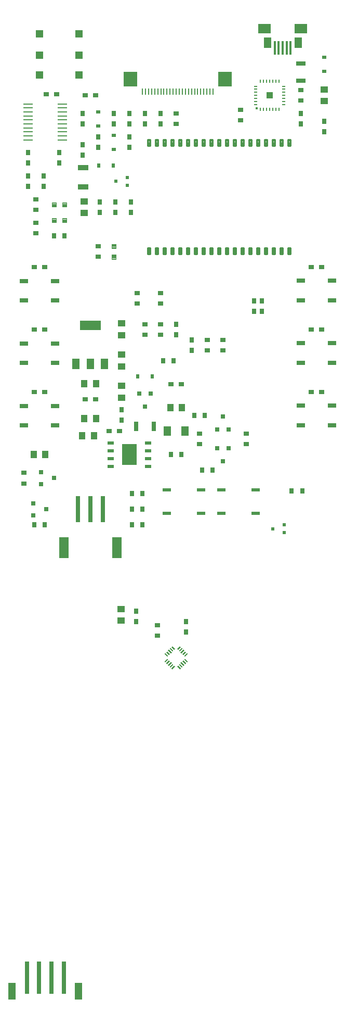
<source format=gbr>
G04 EAGLE Gerber RS-274X export*
G75*
%MOMM*%
%FSLAX34Y34*%
%LPD*%
%INSolderpaste Bottom*%
%IPPOS*%
%AMOC8*
5,1,8,0,0,1.08239X$1,22.5*%
G01*
%ADD10R,0.560000X0.260000*%
%ADD11R,1.000000X1.000000*%
%ADD12R,0.300000X0.300000*%
%ADD13R,0.260000X0.560000*%
%ADD14R,0.360000X2.210000*%
%ADD15R,1.995000X1.520000*%
%ADD16R,1.180000X1.805000*%
%ADD17R,1.240000X1.040000*%
%ADD18R,1.600000X0.800000*%
%ADD19R,0.704000X0.504000*%
%ADD20R,0.640000X0.740000*%
%ADD21R,0.900000X0.800000*%
%ADD22R,0.800000X0.900000*%
%ADD23R,0.560000X0.560000*%
%ADD24R,0.504000X0.704000*%
%ADD25R,1.040000X1.240000*%
%ADD26R,2.160000X2.460000*%
%ADD27R,0.240000X1.140000*%
%ADD28R,1.760000X0.960000*%
%ADD29R,1.200000X1.700000*%
%ADD30R,3.400000X1.600000*%
%ADD31C,0.104000*%
%ADD32R,1.451000X0.800000*%
%ADD33R,0.740000X0.640000*%
%ADD34R,0.800000X1.600000*%
%ADD35R,0.800000X4.300000*%
%ADD36R,1.500000X3.400000*%
%ADD37R,1.371600X0.609600*%
%ADD38R,1.118000X0.608000*%
%ADD39R,2.400000X3.400000*%
%ADD40R,0.203200X0.660400*%
%ADD41R,1.280000X1.483000*%
%ADD42C,0.282719*%
%ADD43R,1.540000X0.240000*%
%ADD44R,1.200000X1.200000*%
%ADD45R,0.800000X5.300000*%
%ADD46R,1.280000X2.680000*%


D10*
X692620Y1549680D03*
D11*
X715620Y1564680D03*
D12*
X694620Y1543680D03*
D10*
X692620Y1554680D03*
X692620Y1559680D03*
X692620Y1564680D03*
X692620Y1569680D03*
X692620Y1574680D03*
X692620Y1579680D03*
D13*
X730620Y1541680D03*
X725620Y1541680D03*
X720620Y1541680D03*
X715620Y1541680D03*
X710620Y1541680D03*
X705620Y1541680D03*
X700620Y1541680D03*
X700620Y1587680D03*
X705620Y1587680D03*
X710620Y1587680D03*
X715620Y1587680D03*
X720620Y1587680D03*
X725620Y1587680D03*
X730620Y1587680D03*
D10*
X738620Y1579680D03*
X738620Y1574680D03*
X738620Y1569680D03*
X738620Y1564680D03*
X738620Y1559680D03*
X738620Y1554680D03*
X738620Y1549680D03*
D14*
X723920Y1642080D03*
X730420Y1642080D03*
X736920Y1642080D03*
X743420Y1642080D03*
X749920Y1642080D03*
D15*
X707420Y1673080D03*
D16*
X711920Y1650080D03*
X761920Y1650080D03*
D15*
X766420Y1673080D03*
D17*
X804520Y1574180D03*
X804520Y1555180D03*
D18*
X766420Y1616780D03*
X766420Y1588780D03*
D19*
X804520Y1603980D03*
X804520Y1626980D03*
D20*
X629920Y990480D03*
X648920Y990480D03*
X639420Y969480D03*
X648920Y1021280D03*
X629920Y1021280D03*
X639420Y1042280D03*
D21*
X601320Y1014380D03*
X601320Y997380D03*
X677520Y997380D03*
X677520Y1014380D03*
D22*
X804520Y1522380D03*
X804520Y1505380D03*
X766420Y1535080D03*
X766420Y1518080D03*
D21*
X766420Y1556180D03*
X766420Y1573180D03*
D23*
X483570Y1431480D03*
X483570Y1418480D03*
X465070Y1424980D03*
D19*
X436220Y1538080D03*
X436220Y1515080D03*
X461620Y1476980D03*
X461620Y1499980D03*
D24*
X460420Y1450380D03*
X437420Y1450380D03*
D21*
X414720Y1070180D03*
X431720Y1070180D03*
D25*
X413720Y1095580D03*
X432720Y1095580D03*
D17*
X474020Y1092380D03*
X474020Y1073380D03*
D22*
X474020Y1053280D03*
X474020Y1036280D03*
D21*
X470920Y1018880D03*
X453920Y1018880D03*
D17*
X474020Y1143180D03*
X474020Y1124180D03*
X474020Y1193980D03*
X474020Y1174980D03*
D26*
X642620Y1590880D03*
X489020Y1590880D03*
D27*
X508320Y1571080D03*
X513320Y1571080D03*
X518320Y1571080D03*
X523320Y1571080D03*
X528320Y1571080D03*
X533320Y1571080D03*
X538320Y1571080D03*
X543320Y1571080D03*
X548320Y1571080D03*
X553320Y1571080D03*
X558320Y1571080D03*
X563320Y1571080D03*
X568320Y1571080D03*
X573320Y1571080D03*
X578320Y1571080D03*
X583320Y1571080D03*
X588320Y1571080D03*
X593320Y1571080D03*
X598320Y1571080D03*
X603320Y1571080D03*
X608320Y1571080D03*
X613320Y1571080D03*
X618320Y1571080D03*
X623320Y1571080D03*
D22*
X461620Y1518080D03*
X461620Y1535080D03*
X487020Y1479980D03*
X487020Y1496980D03*
X410820Y1467280D03*
X410820Y1484280D03*
D21*
X563220Y1535080D03*
X563220Y1518080D03*
D22*
X537820Y1518080D03*
X537820Y1535080D03*
X512420Y1518080D03*
X512420Y1535080D03*
X487020Y1518080D03*
X487020Y1535080D03*
X410820Y1518080D03*
X410820Y1535080D03*
X436220Y1479980D03*
X436220Y1496980D03*
X489420Y1391380D03*
X489420Y1374380D03*
D28*
X411920Y1415580D03*
X411920Y1447580D03*
D17*
X413220Y1392380D03*
X413220Y1373380D03*
D29*
X446220Y1127580D03*
X423220Y1127580D03*
X400220Y1127580D03*
D30*
X423220Y1190580D03*
D22*
X605520Y955080D03*
X622520Y955080D03*
X702920Y1213280D03*
X702920Y1230280D03*
X690220Y1213280D03*
X690220Y1230280D03*
X609820Y1043980D03*
X592820Y1043980D03*
D31*
X384970Y1383400D02*
X384970Y1390360D01*
X384970Y1383400D02*
X378010Y1383400D01*
X378010Y1390360D01*
X384970Y1390360D01*
X384970Y1384388D02*
X378010Y1384388D01*
X378010Y1385376D02*
X384970Y1385376D01*
X384970Y1386364D02*
X378010Y1386364D01*
X378010Y1387352D02*
X384970Y1387352D01*
X384970Y1388340D02*
X378010Y1388340D01*
X378010Y1389328D02*
X384970Y1389328D01*
X384970Y1390316D02*
X378010Y1390316D01*
X367430Y1390360D02*
X367430Y1383400D01*
X360470Y1383400D01*
X360470Y1390360D01*
X367430Y1390360D01*
X367430Y1384388D02*
X360470Y1384388D01*
X360470Y1385376D02*
X367430Y1385376D01*
X367430Y1386364D02*
X360470Y1386364D01*
X360470Y1387352D02*
X367430Y1387352D01*
X367430Y1388340D02*
X360470Y1388340D01*
X360470Y1389328D02*
X367430Y1389328D01*
X367430Y1390316D02*
X360470Y1390316D01*
X384970Y1364960D02*
X384970Y1358000D01*
X378010Y1358000D01*
X378010Y1364960D01*
X384970Y1364960D01*
X384970Y1358988D02*
X378010Y1358988D01*
X378010Y1359976D02*
X384970Y1359976D01*
X384970Y1360964D02*
X378010Y1360964D01*
X378010Y1361952D02*
X384970Y1361952D01*
X384970Y1362940D02*
X378010Y1362940D01*
X378010Y1363928D02*
X384970Y1363928D01*
X384970Y1364916D02*
X378010Y1364916D01*
X367430Y1364960D02*
X367430Y1358000D01*
X360470Y1358000D01*
X360470Y1364960D01*
X367430Y1364960D01*
X367430Y1358988D02*
X360470Y1358988D01*
X360470Y1359976D02*
X367430Y1359976D01*
X367430Y1360964D02*
X360470Y1360964D01*
X360470Y1361952D02*
X367430Y1361952D01*
X367430Y1362940D02*
X360470Y1362940D01*
X360470Y1363928D02*
X367430Y1363928D01*
X367430Y1364916D02*
X360470Y1364916D01*
X458140Y1322930D02*
X465100Y1322930D01*
X465100Y1315970D01*
X458140Y1315970D01*
X458140Y1322930D01*
X458140Y1316958D02*
X465100Y1316958D01*
X465100Y1317946D02*
X458140Y1317946D01*
X458140Y1318934D02*
X465100Y1318934D01*
X465100Y1319922D02*
X458140Y1319922D01*
X458140Y1320910D02*
X465100Y1320910D01*
X465100Y1321898D02*
X458140Y1321898D01*
X458140Y1322886D02*
X465100Y1322886D01*
X465100Y1305390D02*
X458140Y1305390D01*
X465100Y1305390D02*
X465100Y1298430D01*
X458140Y1298430D01*
X458140Y1305390D01*
X458140Y1299418D02*
X465100Y1299418D01*
X465100Y1300406D02*
X458140Y1300406D01*
X458140Y1301394D02*
X465100Y1301394D01*
X465100Y1302382D02*
X458140Y1302382D01*
X458140Y1303370D02*
X465100Y1303370D01*
X465100Y1304358D02*
X458140Y1304358D01*
X458140Y1305346D02*
X465100Y1305346D01*
D21*
X436220Y1302180D03*
X436220Y1319180D03*
X334620Y1395380D03*
X334620Y1378380D03*
X334620Y1340280D03*
X334620Y1357280D03*
D25*
X413720Y1039380D03*
X432720Y1039380D03*
D32*
X366290Y1059780D03*
X314750Y1059780D03*
X314750Y1027780D03*
X366290Y1027780D03*
X366290Y1161380D03*
X314750Y1161380D03*
X314750Y1129380D03*
X366290Y1129380D03*
X366290Y1262980D03*
X314750Y1262980D03*
X314750Y1230980D03*
X366290Y1230980D03*
X817590Y1059980D03*
X766050Y1059980D03*
X766050Y1027980D03*
X817590Y1027980D03*
X817590Y1263180D03*
X766050Y1263180D03*
X766050Y1231180D03*
X817590Y1231180D03*
D33*
X330520Y881880D03*
X330520Y900880D03*
X351520Y891380D03*
D22*
X349020Y865980D03*
X332020Y865980D03*
D21*
X315120Y933680D03*
X315120Y950680D03*
X332020Y1183480D03*
X349020Y1183480D03*
X332020Y1285080D03*
X349020Y1285080D03*
X783320Y1082080D03*
X800320Y1082080D03*
X783320Y1285280D03*
X800320Y1285280D03*
X332020Y1081880D03*
X349020Y1081880D03*
D34*
X498420Y1026280D03*
X526420Y1026280D03*
D22*
X491220Y891580D03*
X508220Y891580D03*
X571720Y980480D03*
X554720Y980480D03*
D35*
X403520Y891580D03*
X423520Y891580D03*
X443520Y891580D03*
D36*
X380020Y829080D03*
X467020Y829080D03*
D21*
X571720Y1094780D03*
X554720Y1094780D03*
D20*
X502920Y1079380D03*
X521920Y1079380D03*
X512420Y1058380D03*
D22*
X559020Y1132880D03*
X542020Y1132880D03*
D21*
X512420Y1192180D03*
X512420Y1175180D03*
X537820Y1175180D03*
X537820Y1192180D03*
D24*
X523920Y1107480D03*
X500920Y1107480D03*
D22*
X563220Y1192180D03*
X563220Y1175180D03*
D21*
X639120Y1166680D03*
X639120Y1149680D03*
X613720Y1149680D03*
X613720Y1166680D03*
D22*
X588320Y1166680D03*
X588320Y1149680D03*
X497620Y708980D03*
X497620Y725980D03*
D21*
X499720Y1242980D03*
X499720Y1225980D03*
X537820Y1242980D03*
X537820Y1225980D03*
D37*
X547980Y885230D03*
X603860Y885230D03*
X547980Y923330D03*
X603860Y923330D03*
X636880Y885230D03*
X692760Y885230D03*
X636880Y923330D03*
X692760Y923330D03*
D32*
X817590Y1161580D03*
X766050Y1161580D03*
X766050Y1129580D03*
X817590Y1129580D03*
D21*
X783320Y1183680D03*
X800320Y1183680D03*
D25*
X350020Y980280D03*
X331020Y980280D03*
X553720Y1056680D03*
X572720Y1056680D03*
X429320Y1010880D03*
X410320Y1010880D03*
D33*
X343220Y932680D03*
X343220Y951680D03*
X364220Y942180D03*
D17*
X473320Y710480D03*
X473320Y729480D03*
D38*
X517370Y974130D03*
X517370Y961430D03*
X517370Y986830D03*
X517370Y999530D03*
X456670Y974130D03*
X456670Y961430D03*
X456670Y986830D03*
X456670Y999530D03*
D39*
X487020Y980480D03*
D22*
X508220Y866180D03*
X491220Y866180D03*
X491220Y916980D03*
X508220Y916980D03*
D40*
G36*
X566274Y663032D02*
X564837Y664469D01*
X569506Y669138D01*
X570943Y667701D01*
X566274Y663032D01*
G37*
G36*
X568968Y660338D02*
X567531Y661775D01*
X572200Y666444D01*
X573637Y665007D01*
X568968Y660338D01*
G37*
G36*
X571842Y657464D02*
X570405Y658901D01*
X575074Y663570D01*
X576511Y662133D01*
X571842Y657464D01*
G37*
G36*
X574715Y654591D02*
X573278Y656028D01*
X577947Y660697D01*
X579384Y659260D01*
X574715Y654591D01*
G37*
G36*
X577409Y651897D02*
X575972Y653334D01*
X580641Y658003D01*
X582078Y656566D01*
X577409Y651897D01*
G37*
G36*
X582078Y643994D02*
X580641Y642557D01*
X575972Y647226D01*
X577409Y648663D01*
X582078Y643994D01*
G37*
G36*
X579384Y641300D02*
X577947Y639863D01*
X573278Y644532D01*
X574715Y645969D01*
X579384Y641300D01*
G37*
G36*
X576511Y638427D02*
X575074Y636990D01*
X570405Y641659D01*
X571842Y643096D01*
X576511Y638427D01*
G37*
G36*
X573637Y635553D02*
X572200Y634116D01*
X567531Y638785D01*
X568968Y640222D01*
X573637Y635553D01*
G37*
G36*
X570943Y632859D02*
X569506Y631422D01*
X564837Y636091D01*
X566274Y637528D01*
X570943Y632859D01*
G37*
G36*
X556934Y631422D02*
X555497Y632859D01*
X560166Y637528D01*
X561603Y636091D01*
X556934Y631422D01*
G37*
G36*
X554240Y634116D02*
X552803Y635553D01*
X557472Y640222D01*
X558909Y638785D01*
X554240Y634116D01*
G37*
G36*
X551367Y636990D02*
X549930Y638427D01*
X554599Y643096D01*
X556036Y641659D01*
X551367Y636990D01*
G37*
G36*
X548493Y639863D02*
X547056Y641300D01*
X551725Y645969D01*
X553162Y644532D01*
X548493Y639863D01*
G37*
G36*
X545799Y642557D02*
X544362Y643994D01*
X549031Y648663D01*
X550468Y647226D01*
X545799Y642557D01*
G37*
G36*
X550468Y653334D02*
X549031Y651897D01*
X544362Y656566D01*
X545799Y658003D01*
X550468Y653334D01*
G37*
G36*
X553162Y656028D02*
X551725Y654591D01*
X547056Y659260D01*
X548493Y660697D01*
X553162Y656028D01*
G37*
G36*
X556036Y658901D02*
X554599Y657464D01*
X549930Y662133D01*
X551367Y663570D01*
X556036Y658901D01*
G37*
G36*
X558909Y661775D02*
X557472Y660338D01*
X552803Y665007D01*
X554240Y666444D01*
X558909Y661775D01*
G37*
G36*
X561603Y664469D02*
X560166Y663032D01*
X555497Y667701D01*
X556934Y669138D01*
X561603Y664469D01*
G37*
D41*
X549000Y1018580D03*
X577440Y1018580D03*
D22*
X578920Y691680D03*
X578920Y708680D03*
D21*
X533120Y703180D03*
X533120Y686180D03*
D22*
X381220Y1336080D03*
X364220Y1336080D03*
D21*
X432020Y1564680D03*
X415020Y1564680D03*
D22*
X464020Y1391380D03*
X464020Y1374380D03*
D42*
X749727Y1316387D02*
X749727Y1306573D01*
X745113Y1306573D01*
X745113Y1316387D01*
X749727Y1316387D01*
X749727Y1309259D02*
X745113Y1309259D01*
X745113Y1311945D02*
X749727Y1311945D01*
X749727Y1314631D02*
X745113Y1314631D01*
X737027Y1316387D02*
X737027Y1306573D01*
X732413Y1306573D01*
X732413Y1316387D01*
X737027Y1316387D01*
X737027Y1309259D02*
X732413Y1309259D01*
X732413Y1311945D02*
X737027Y1311945D01*
X737027Y1314631D02*
X732413Y1314631D01*
X724327Y1316387D02*
X724327Y1306573D01*
X719713Y1306573D01*
X719713Y1316387D01*
X724327Y1316387D01*
X724327Y1309259D02*
X719713Y1309259D01*
X719713Y1311945D02*
X724327Y1311945D01*
X724327Y1314631D02*
X719713Y1314631D01*
X711627Y1316387D02*
X711627Y1306573D01*
X707013Y1306573D01*
X707013Y1316387D01*
X711627Y1316387D01*
X711627Y1309259D02*
X707013Y1309259D01*
X707013Y1311945D02*
X711627Y1311945D01*
X711627Y1314631D02*
X707013Y1314631D01*
X698927Y1316387D02*
X698927Y1306573D01*
X694313Y1306573D01*
X694313Y1316387D01*
X698927Y1316387D01*
X698927Y1309259D02*
X694313Y1309259D01*
X694313Y1311945D02*
X698927Y1311945D01*
X698927Y1314631D02*
X694313Y1314631D01*
X686227Y1316387D02*
X686227Y1306573D01*
X681613Y1306573D01*
X681613Y1316387D01*
X686227Y1316387D01*
X686227Y1309259D02*
X681613Y1309259D01*
X681613Y1311945D02*
X686227Y1311945D01*
X686227Y1314631D02*
X681613Y1314631D01*
X673527Y1316387D02*
X673527Y1306573D01*
X668913Y1306573D01*
X668913Y1316387D01*
X673527Y1316387D01*
X673527Y1309259D02*
X668913Y1309259D01*
X668913Y1311945D02*
X673527Y1311945D01*
X673527Y1314631D02*
X668913Y1314631D01*
X660827Y1316387D02*
X660827Y1306573D01*
X656213Y1306573D01*
X656213Y1316387D01*
X660827Y1316387D01*
X660827Y1309259D02*
X656213Y1309259D01*
X656213Y1311945D02*
X660827Y1311945D01*
X660827Y1314631D02*
X656213Y1314631D01*
X648127Y1316387D02*
X648127Y1306573D01*
X643513Y1306573D01*
X643513Y1316387D01*
X648127Y1316387D01*
X648127Y1309259D02*
X643513Y1309259D01*
X643513Y1311945D02*
X648127Y1311945D01*
X648127Y1314631D02*
X643513Y1314631D01*
X635427Y1316387D02*
X635427Y1306573D01*
X630813Y1306573D01*
X630813Y1316387D01*
X635427Y1316387D01*
X635427Y1309259D02*
X630813Y1309259D01*
X630813Y1311945D02*
X635427Y1311945D01*
X635427Y1314631D02*
X630813Y1314631D01*
X622727Y1316387D02*
X622727Y1306573D01*
X618113Y1306573D01*
X618113Y1316387D01*
X622727Y1316387D01*
X622727Y1309259D02*
X618113Y1309259D01*
X618113Y1311945D02*
X622727Y1311945D01*
X622727Y1314631D02*
X618113Y1314631D01*
X610027Y1316387D02*
X610027Y1306573D01*
X605413Y1306573D01*
X605413Y1316387D01*
X610027Y1316387D01*
X610027Y1309259D02*
X605413Y1309259D01*
X605413Y1311945D02*
X610027Y1311945D01*
X610027Y1314631D02*
X605413Y1314631D01*
X597327Y1316387D02*
X597327Y1306573D01*
X592713Y1306573D01*
X592713Y1316387D01*
X597327Y1316387D01*
X597327Y1309259D02*
X592713Y1309259D01*
X592713Y1311945D02*
X597327Y1311945D01*
X597327Y1314631D02*
X592713Y1314631D01*
X584627Y1316387D02*
X584627Y1306573D01*
X580013Y1306573D01*
X580013Y1316387D01*
X584627Y1316387D01*
X584627Y1309259D02*
X580013Y1309259D01*
X580013Y1311945D02*
X584627Y1311945D01*
X584627Y1314631D02*
X580013Y1314631D01*
X571927Y1316387D02*
X571927Y1306573D01*
X567313Y1306573D01*
X567313Y1316387D01*
X571927Y1316387D01*
X571927Y1309259D02*
X567313Y1309259D01*
X567313Y1311945D02*
X571927Y1311945D01*
X571927Y1314631D02*
X567313Y1314631D01*
X559227Y1316387D02*
X559227Y1306573D01*
X554613Y1306573D01*
X554613Y1316387D01*
X559227Y1316387D01*
X559227Y1309259D02*
X554613Y1309259D01*
X554613Y1311945D02*
X559227Y1311945D01*
X559227Y1314631D02*
X554613Y1314631D01*
X546527Y1316387D02*
X546527Y1306573D01*
X541913Y1306573D01*
X541913Y1316387D01*
X546527Y1316387D01*
X546527Y1309259D02*
X541913Y1309259D01*
X541913Y1311945D02*
X546527Y1311945D01*
X546527Y1314631D02*
X541913Y1314631D01*
X533827Y1316387D02*
X533827Y1306573D01*
X529213Y1306573D01*
X529213Y1316387D01*
X533827Y1316387D01*
X533827Y1309259D02*
X529213Y1309259D01*
X529213Y1311945D02*
X533827Y1311945D01*
X533827Y1314631D02*
X529213Y1314631D01*
X521127Y1316387D02*
X521127Y1306573D01*
X516513Y1306573D01*
X516513Y1316387D01*
X521127Y1316387D01*
X521127Y1309259D02*
X516513Y1309259D01*
X516513Y1311945D02*
X521127Y1311945D01*
X521127Y1314631D02*
X516513Y1314631D01*
X516513Y1482773D02*
X516513Y1492587D01*
X521127Y1492587D01*
X521127Y1482773D01*
X516513Y1482773D01*
X516513Y1485459D02*
X521127Y1485459D01*
X521127Y1488145D02*
X516513Y1488145D01*
X516513Y1490831D02*
X521127Y1490831D01*
X529213Y1492587D02*
X529213Y1482773D01*
X529213Y1492587D02*
X533827Y1492587D01*
X533827Y1482773D01*
X529213Y1482773D01*
X529213Y1485459D02*
X533827Y1485459D01*
X533827Y1488145D02*
X529213Y1488145D01*
X529213Y1490831D02*
X533827Y1490831D01*
X541913Y1492587D02*
X541913Y1482773D01*
X541913Y1492587D02*
X546527Y1492587D01*
X546527Y1482773D01*
X541913Y1482773D01*
X541913Y1485459D02*
X546527Y1485459D01*
X546527Y1488145D02*
X541913Y1488145D01*
X541913Y1490831D02*
X546527Y1490831D01*
X554613Y1492587D02*
X554613Y1482773D01*
X554613Y1492587D02*
X559227Y1492587D01*
X559227Y1482773D01*
X554613Y1482773D01*
X554613Y1485459D02*
X559227Y1485459D01*
X559227Y1488145D02*
X554613Y1488145D01*
X554613Y1490831D02*
X559227Y1490831D01*
X567313Y1492587D02*
X567313Y1482773D01*
X567313Y1492587D02*
X571927Y1492587D01*
X571927Y1482773D01*
X567313Y1482773D01*
X567313Y1485459D02*
X571927Y1485459D01*
X571927Y1488145D02*
X567313Y1488145D01*
X567313Y1490831D02*
X571927Y1490831D01*
X580013Y1492587D02*
X580013Y1482773D01*
X580013Y1492587D02*
X584627Y1492587D01*
X584627Y1482773D01*
X580013Y1482773D01*
X580013Y1485459D02*
X584627Y1485459D01*
X584627Y1488145D02*
X580013Y1488145D01*
X580013Y1490831D02*
X584627Y1490831D01*
X592713Y1492587D02*
X592713Y1482773D01*
X592713Y1492587D02*
X597327Y1492587D01*
X597327Y1482773D01*
X592713Y1482773D01*
X592713Y1485459D02*
X597327Y1485459D01*
X597327Y1488145D02*
X592713Y1488145D01*
X592713Y1490831D02*
X597327Y1490831D01*
X605413Y1492587D02*
X605413Y1482773D01*
X605413Y1492587D02*
X610027Y1492587D01*
X610027Y1482773D01*
X605413Y1482773D01*
X605413Y1485459D02*
X610027Y1485459D01*
X610027Y1488145D02*
X605413Y1488145D01*
X605413Y1490831D02*
X610027Y1490831D01*
X618113Y1492587D02*
X618113Y1482773D01*
X618113Y1492587D02*
X622727Y1492587D01*
X622727Y1482773D01*
X618113Y1482773D01*
X618113Y1485459D02*
X622727Y1485459D01*
X622727Y1488145D02*
X618113Y1488145D01*
X618113Y1490831D02*
X622727Y1490831D01*
X630813Y1492587D02*
X630813Y1482773D01*
X630813Y1492587D02*
X635427Y1492587D01*
X635427Y1482773D01*
X630813Y1482773D01*
X630813Y1485459D02*
X635427Y1485459D01*
X635427Y1488145D02*
X630813Y1488145D01*
X630813Y1490831D02*
X635427Y1490831D01*
X643513Y1492587D02*
X643513Y1482773D01*
X643513Y1492587D02*
X648127Y1492587D01*
X648127Y1482773D01*
X643513Y1482773D01*
X643513Y1485459D02*
X648127Y1485459D01*
X648127Y1488145D02*
X643513Y1488145D01*
X643513Y1490831D02*
X648127Y1490831D01*
X656213Y1492587D02*
X656213Y1482773D01*
X656213Y1492587D02*
X660827Y1492587D01*
X660827Y1482773D01*
X656213Y1482773D01*
X656213Y1485459D02*
X660827Y1485459D01*
X660827Y1488145D02*
X656213Y1488145D01*
X656213Y1490831D02*
X660827Y1490831D01*
X668913Y1492587D02*
X668913Y1482773D01*
X668913Y1492587D02*
X673527Y1492587D01*
X673527Y1482773D01*
X668913Y1482773D01*
X668913Y1485459D02*
X673527Y1485459D01*
X673527Y1488145D02*
X668913Y1488145D01*
X668913Y1490831D02*
X673527Y1490831D01*
X681613Y1492587D02*
X681613Y1482773D01*
X681613Y1492587D02*
X686227Y1492587D01*
X686227Y1482773D01*
X681613Y1482773D01*
X681613Y1485459D02*
X686227Y1485459D01*
X686227Y1488145D02*
X681613Y1488145D01*
X681613Y1490831D02*
X686227Y1490831D01*
X694313Y1492587D02*
X694313Y1482773D01*
X694313Y1492587D02*
X698927Y1492587D01*
X698927Y1482773D01*
X694313Y1482773D01*
X694313Y1485459D02*
X698927Y1485459D01*
X698927Y1488145D02*
X694313Y1488145D01*
X694313Y1490831D02*
X698927Y1490831D01*
X707013Y1492587D02*
X707013Y1482773D01*
X707013Y1492587D02*
X711627Y1492587D01*
X711627Y1482773D01*
X707013Y1482773D01*
X707013Y1485459D02*
X711627Y1485459D01*
X711627Y1488145D02*
X707013Y1488145D01*
X707013Y1490831D02*
X711627Y1490831D01*
X719713Y1492587D02*
X719713Y1482773D01*
X719713Y1492587D02*
X724327Y1492587D01*
X724327Y1482773D01*
X719713Y1482773D01*
X719713Y1485459D02*
X724327Y1485459D01*
X724327Y1488145D02*
X719713Y1488145D01*
X719713Y1490831D02*
X724327Y1490831D01*
X732413Y1492587D02*
X732413Y1482773D01*
X732413Y1492587D02*
X737027Y1492587D01*
X737027Y1482773D01*
X732413Y1482773D01*
X732413Y1485459D02*
X737027Y1485459D01*
X737027Y1488145D02*
X732413Y1488145D01*
X732413Y1490831D02*
X737027Y1490831D01*
X745113Y1492587D02*
X745113Y1482773D01*
X745113Y1492587D02*
X749727Y1492587D01*
X749727Y1482773D01*
X745113Y1482773D01*
X745113Y1485459D02*
X749727Y1485459D01*
X749727Y1488145D02*
X745113Y1488145D01*
X745113Y1490831D02*
X749727Y1490831D01*
D43*
X377620Y1550830D03*
X377620Y1544330D03*
X377620Y1537830D03*
X377620Y1531330D03*
X377620Y1524830D03*
X377620Y1518330D03*
X377620Y1511830D03*
X377620Y1505330D03*
X377620Y1498830D03*
X377620Y1492330D03*
X321620Y1492330D03*
X321620Y1498830D03*
X321620Y1505330D03*
X321620Y1511830D03*
X321620Y1518330D03*
X321620Y1524830D03*
X321620Y1531330D03*
X321620Y1537830D03*
X321620Y1544330D03*
X321620Y1550850D03*
D44*
X405220Y1598060D03*
X340220Y1598060D03*
X405220Y1630060D03*
X340220Y1630260D03*
X405220Y1665060D03*
X340220Y1665060D03*
D22*
X321920Y1454580D03*
X321920Y1471580D03*
X438620Y1374380D03*
X438620Y1391380D03*
D21*
X368820Y1566680D03*
X351820Y1566680D03*
D22*
X372720Y1471580D03*
X372720Y1454580D03*
X321920Y1433480D03*
X321920Y1416480D03*
X347320Y1433480D03*
X347320Y1416480D03*
D21*
X668580Y1541060D03*
X668580Y1524060D03*
D22*
X751550Y921200D03*
X768550Y921200D03*
D45*
X340000Y130000D03*
X360000Y130000D03*
X320000Y130000D03*
X380000Y130000D03*
D46*
X296000Y107500D03*
X404000Y107500D03*
D23*
X739250Y866500D03*
X739250Y853500D03*
X720750Y860000D03*
M02*

</source>
